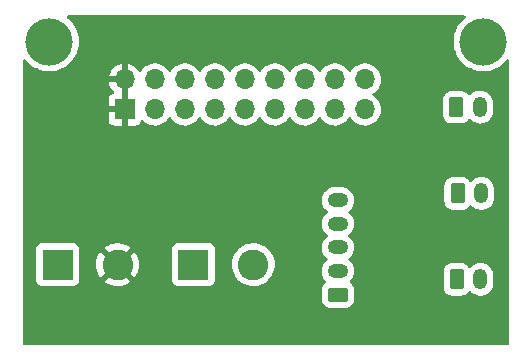
<source format=gbr>
%TF.GenerationSoftware,KiCad,Pcbnew,(6.0.11-0)*%
%TF.CreationDate,2023-03-20T11:34:52+11:00*%
%TF.ProjectId,AD3 Breakout Board,41443320-4272-4656-916b-6f757420426f,rev?*%
%TF.SameCoordinates,PXb71b00PY2781868*%
%TF.FileFunction,Copper,L2,Bot*%
%TF.FilePolarity,Positive*%
%FSLAX46Y46*%
G04 Gerber Fmt 4.6, Leading zero omitted, Abs format (unit mm)*
G04 Created by KiCad (PCBNEW (6.0.11-0)) date 2023-03-20 11:34:52*
%MOMM*%
%LPD*%
G01*
G04 APERTURE LIST*
G04 Aperture macros list*
%AMRoundRect*
0 Rectangle with rounded corners*
0 $1 Rounding radius*
0 $2 $3 $4 $5 $6 $7 $8 $9 X,Y pos of 4 corners*
0 Add a 4 corners polygon primitive as box body*
4,1,4,$2,$3,$4,$5,$6,$7,$8,$9,$2,$3,0*
0 Add four circle primitives for the rounded corners*
1,1,$1+$1,$2,$3*
1,1,$1+$1,$4,$5*
1,1,$1+$1,$6,$7*
1,1,$1+$1,$8,$9*
0 Add four rect primitives between the rounded corners*
20,1,$1+$1,$2,$3,$4,$5,0*
20,1,$1+$1,$4,$5,$6,$7,0*
20,1,$1+$1,$6,$7,$8,$9,0*
20,1,$1+$1,$8,$9,$2,$3,0*%
G04 Aperture macros list end*
%TA.AperFunction,ComponentPad*%
%ADD10C,4.000000*%
%TD*%
%TA.AperFunction,ComponentPad*%
%ADD11R,2.600000X2.600000*%
%TD*%
%TA.AperFunction,ComponentPad*%
%ADD12C,2.600000*%
%TD*%
%TA.AperFunction,ComponentPad*%
%ADD13RoundRect,0.250000X-0.350000X-0.625000X0.350000X-0.625000X0.350000X0.625000X-0.350000X0.625000X0*%
%TD*%
%TA.AperFunction,ComponentPad*%
%ADD14O,1.200000X1.750000*%
%TD*%
%TA.AperFunction,ComponentPad*%
%ADD15R,1.700000X1.700000*%
%TD*%
%TA.AperFunction,ComponentPad*%
%ADD16O,1.700000X1.700000*%
%TD*%
%TA.AperFunction,ComponentPad*%
%ADD17RoundRect,0.250000X0.625000X-0.350000X0.625000X0.350000X-0.625000X0.350000X-0.625000X-0.350000X0*%
%TD*%
%TA.AperFunction,ComponentPad*%
%ADD18O,1.750000X1.200000*%
%TD*%
G04 APERTURE END LIST*
D10*
%TO.P,H1,1*%
%TO.N,N/C*%
X2950000Y26500000D03*
%TD*%
D11*
%TO.P,J3,1,1*%
%TO.N,/Thermistor_1*%
X15155000Y7620000D03*
D12*
%TO.P,J3,2,2*%
%TO.N,/Thermistor_2*%
X20235000Y7620000D03*
%TD*%
D13*
%TO.P,J5,1,Pin_1*%
%TO.N,/LED_VCC*%
X37425000Y20950000D03*
D14*
%TO.P,J5,2,Pin_2*%
%TO.N,/LED_GND*%
X39425000Y20950000D03*
%TD*%
D13*
%TO.P,J7,1,Pin_1*%
%TO.N,/HS_Fan_VCC*%
X37450000Y6375000D03*
D14*
%TO.P,J7,2,Pin_2*%
%TO.N,/HS_Fan_GND*%
X39450000Y6375000D03*
%TD*%
D10*
%TO.P,H2,1*%
%TO.N,N/C*%
X39700000Y26500000D03*
%TD*%
D11*
%TO.P,J2,1,1*%
%TO.N,/Heater_VCC*%
X3655000Y7620000D03*
D12*
%TO.P,J2,2,2*%
%TO.N,/Heater_GND*%
X8735000Y7620000D03*
%TD*%
D13*
%TO.P,J4,1,Pin_1*%
%TO.N,/PC_FAN_VCC*%
X37525000Y13650000D03*
D14*
%TO.P,J4,2,Pin_2*%
%TO.N,/PC_FAN_GND*%
X39525000Y13650000D03*
%TD*%
D15*
%TO.P,J1,1,Pin_1*%
%TO.N,/Heater_GND*%
X9350000Y20750000D03*
D16*
%TO.P,J1,2,Pin_2*%
X9350000Y23290000D03*
%TO.P,J1,3,Pin_3*%
%TO.N,/Heater_VCC*%
X11890000Y20750000D03*
%TO.P,J1,4,Pin_4*%
X11890000Y23290000D03*
%TO.P,J1,5,Pin_5*%
%TO.N,/HS_Fan_GND*%
X14430000Y20750000D03*
%TO.P,J1,6,Pin_6*%
%TO.N,/HS_Fan_VCC*%
X14430000Y23290000D03*
%TO.P,J1,7,Pin_7*%
%TO.N,/LED_GND*%
X16970000Y20750000D03*
%TO.P,J1,8,Pin_8*%
%TO.N,/LED_VCC*%
X16970000Y23290000D03*
%TO.P,J1,9,Pin_9*%
%TO.N,unconnected-(J1-Pad9)*%
X19510000Y20750000D03*
%TO.P,J1,10,Pin_10*%
%TO.N,/Thermistor_1*%
X19510000Y23290000D03*
%TO.P,J1,11,Pin_11*%
%TO.N,/Thermistor_2*%
X22050000Y20750000D03*
%TO.P,J1,12,Pin_12*%
%TO.N,/PC_FAN_GND*%
X22050000Y23290000D03*
%TO.P,J1,13,Pin_13*%
%TO.N,/PC_FAN_VCC*%
X24590000Y20750000D03*
%TO.P,J1,14,Pin_14*%
%TO.N,/BLT_GND1*%
X24590000Y23290000D03*
%TO.P,J1,15,Pin_15*%
%TO.N,/BLT_5v*%
X27130000Y20750000D03*
%TO.P,J1,16,Pin_16*%
%TO.N,/BLT_PA1*%
X27130000Y23290000D03*
%TO.P,J1,17,Pin_17*%
%TO.N,/BLT_GND2*%
X29670000Y20750000D03*
%TO.P,J1,18,Pin_18*%
%TO.N,/BLT_PC14*%
X29670000Y23290000D03*
%TD*%
D17*
%TO.P,J6,1,Pin_1*%
%TO.N,/BLT_GND1*%
X27400000Y5075000D03*
D18*
%TO.P,J6,2,Pin_2*%
%TO.N,/BLT_5v*%
X27400000Y7075000D03*
%TO.P,J6,3,Pin_3*%
%TO.N,/BLT_PA1*%
X27400000Y9075000D03*
%TO.P,J6,4,Pin_4*%
%TO.N,/BLT_GND2*%
X27400000Y11075000D03*
%TO.P,J6,5,Pin_5*%
%TO.N,/BLT_PC14*%
X27400000Y13075000D03*
%TD*%
%TA.AperFunction,Conductor*%
%TO.N,/Heater_GND*%
G36*
X38163368Y28696498D02*
G01*
X38209861Y28642842D01*
X38219965Y28572568D01*
X38190471Y28507988D01*
X38169308Y28488564D01*
X38097860Y28436654D01*
X37867767Y28220582D01*
X37666568Y27977375D01*
X37497438Y27710869D01*
X37495754Y27707290D01*
X37495750Y27707283D01*
X37364733Y27428856D01*
X37363044Y27425266D01*
X37265505Y27125072D01*
X37206359Y26815020D01*
X37186540Y26500000D01*
X37206359Y26184980D01*
X37265505Y25874928D01*
X37363044Y25574734D01*
X37364731Y25571148D01*
X37364733Y25571144D01*
X37495750Y25292717D01*
X37495754Y25292710D01*
X37497438Y25289131D01*
X37666568Y25022625D01*
X37867767Y24779418D01*
X38097860Y24563346D01*
X38353221Y24377816D01*
X38356690Y24375909D01*
X38356693Y24375907D01*
X38525453Y24283130D01*
X38629821Y24225753D01*
X38633490Y24224300D01*
X38633495Y24224298D01*
X38837323Y24143597D01*
X38923298Y24109557D01*
X39229025Y24031060D01*
X39542179Y23991500D01*
X39857821Y23991500D01*
X40170975Y24031060D01*
X40476702Y24109557D01*
X40562677Y24143597D01*
X40766505Y24224298D01*
X40766510Y24224300D01*
X40770179Y24225753D01*
X40874547Y24283130D01*
X41043307Y24375907D01*
X41043310Y24375909D01*
X41046779Y24377816D01*
X41302140Y24563346D01*
X41532233Y24779418D01*
X41534760Y24782473D01*
X41534766Y24782479D01*
X41668416Y24944033D01*
X41727249Y24983771D01*
X41798227Y24985392D01*
X41858815Y24948383D01*
X41889775Y24884493D01*
X41891500Y24863717D01*
X41891500Y909500D01*
X41871498Y841379D01*
X41817842Y794886D01*
X41765500Y783500D01*
X859500Y783500D01*
X791379Y803502D01*
X744886Y857158D01*
X733500Y909500D01*
X733500Y6271866D01*
X1846500Y6271866D01*
X1853255Y6209684D01*
X1904385Y6073295D01*
X1991739Y5956739D01*
X2108295Y5869385D01*
X2244684Y5818255D01*
X2306866Y5811500D01*
X5003134Y5811500D01*
X5065316Y5818255D01*
X5201705Y5869385D01*
X5318261Y5956739D01*
X5405615Y6073295D01*
X5443778Y6175094D01*
X7654839Y6175094D01*
X7663553Y6163573D01*
X7770452Y6085191D01*
X7778351Y6080255D01*
X8007905Y5959481D01*
X8016454Y5955764D01*
X8261327Y5870251D01*
X8270336Y5867837D01*
X8525166Y5819456D01*
X8534423Y5818402D01*
X8793607Y5808217D01*
X8802921Y5808543D01*
X9060753Y5836780D01*
X9069930Y5838481D01*
X9320758Y5904519D01*
X9329574Y5907555D01*
X9567880Y6009938D01*
X9576167Y6014252D01*
X9796718Y6150734D01*
X9804268Y6156220D01*
X9809559Y6160699D01*
X9817997Y6173503D01*
X9811935Y6183855D01*
X9723924Y6271866D01*
X13346500Y6271866D01*
X13353255Y6209684D01*
X13404385Y6073295D01*
X13491739Y5956739D01*
X13608295Y5869385D01*
X13744684Y5818255D01*
X13806866Y5811500D01*
X16503134Y5811500D01*
X16565316Y5818255D01*
X16701705Y5869385D01*
X16818261Y5956739D01*
X16905615Y6073295D01*
X16956745Y6209684D01*
X16963500Y6271866D01*
X16963500Y7667474D01*
X18422050Y7667474D01*
X18422274Y7662808D01*
X18422274Y7662803D01*
X18424946Y7607188D01*
X18434947Y7398981D01*
X18487388Y7135344D01*
X18578220Y6882354D01*
X18580432Y6878238D01*
X18580433Y6878235D01*
X18669505Y6712466D01*
X18705450Y6645569D01*
X18708241Y6641832D01*
X18708245Y6641825D01*
X18784405Y6539835D01*
X18866281Y6430190D01*
X18869590Y6426910D01*
X18869595Y6426904D01*
X19033019Y6264901D01*
X19057180Y6240950D01*
X19060942Y6238192D01*
X19060945Y6238189D01*
X19217048Y6123730D01*
X19273954Y6082005D01*
X19278089Y6079829D01*
X19278093Y6079827D01*
X19507698Y5959025D01*
X19511840Y5956846D01*
X19765613Y5868225D01*
X19770206Y5867353D01*
X20025109Y5818958D01*
X20025112Y5818958D01*
X20029698Y5818087D01*
X20157370Y5813071D01*
X20293625Y5807717D01*
X20293630Y5807717D01*
X20298293Y5807534D01*
X20402607Y5818958D01*
X20560844Y5836287D01*
X20560850Y5836288D01*
X20565497Y5836797D01*
X20570021Y5837988D01*
X20820918Y5904044D01*
X20820920Y5904045D01*
X20825441Y5905235D01*
X20932795Y5951358D01*
X21068120Y6009498D01*
X21068122Y6009499D01*
X21072414Y6011343D01*
X21191751Y6085191D01*
X21297017Y6150331D01*
X21297021Y6150334D01*
X21300990Y6152790D01*
X21506149Y6326470D01*
X21683382Y6528566D01*
X21690631Y6539835D01*
X21826269Y6750709D01*
X21828797Y6754639D01*
X21939199Y6999722D01*
X21975771Y7129396D01*
X26012787Y7129396D01*
X26022567Y6918101D01*
X26023971Y6912276D01*
X26023971Y6912275D01*
X26060878Y6759136D01*
X26072125Y6712466D01*
X26074607Y6707008D01*
X26074608Y6707004D01*
X26118053Y6611454D01*
X26159674Y6519913D01*
X26282054Y6347389D01*
X26286381Y6343247D01*
X26286386Y6343241D01*
X26377317Y6256194D01*
X26412694Y6194639D01*
X26409175Y6123730D01*
X26367879Y6065979D01*
X26356496Y6058035D01*
X26300652Y6023478D01*
X26175695Y5898303D01*
X26171855Y5892073D01*
X26171854Y5892072D01*
X26120058Y5808043D01*
X26082885Y5747738D01*
X26056436Y5667995D01*
X26029753Y5587548D01*
X26027203Y5579861D01*
X26016500Y5475400D01*
X26016500Y4674600D01*
X26027474Y4568834D01*
X26083450Y4401054D01*
X26176522Y4250652D01*
X26301697Y4125695D01*
X26307927Y4121855D01*
X26307928Y4121854D01*
X26445090Y4037306D01*
X26452262Y4032885D01*
X26532005Y4006436D01*
X26613611Y3979368D01*
X26613613Y3979368D01*
X26620139Y3977203D01*
X26626975Y3976503D01*
X26626978Y3976502D01*
X26670031Y3972091D01*
X26724600Y3966500D01*
X28075400Y3966500D01*
X28078646Y3966837D01*
X28078650Y3966837D01*
X28174308Y3976762D01*
X28174312Y3976763D01*
X28181166Y3977474D01*
X28187702Y3979655D01*
X28187704Y3979655D01*
X28319806Y4023728D01*
X28348946Y4033450D01*
X28499348Y4126522D01*
X28624305Y4251697D01*
X28717115Y4402262D01*
X28772797Y4570139D01*
X28783500Y4674600D01*
X28783500Y5475400D01*
X28772526Y5581166D01*
X28734098Y5696350D01*
X28733014Y5699600D01*
X36341500Y5699600D01*
X36352474Y5593834D01*
X36354655Y5587298D01*
X36354655Y5587296D01*
X36390920Y5478598D01*
X36408450Y5426054D01*
X36501522Y5275652D01*
X36626697Y5150695D01*
X36632927Y5146855D01*
X36632928Y5146854D01*
X36770090Y5062306D01*
X36777262Y5057885D01*
X36802217Y5049608D01*
X36938611Y5004368D01*
X36938613Y5004368D01*
X36945139Y5002203D01*
X36951975Y5001503D01*
X36951978Y5001502D01*
X36990386Y4997567D01*
X37049600Y4991500D01*
X37850400Y4991500D01*
X37853646Y4991837D01*
X37853650Y4991837D01*
X37949308Y5001762D01*
X37949312Y5001763D01*
X37956166Y5002474D01*
X37962702Y5004655D01*
X37962704Y5004655D01*
X38097443Y5049608D01*
X38123946Y5058450D01*
X38274348Y5151522D01*
X38399305Y5276697D01*
X38431075Y5328236D01*
X38483846Y5375729D01*
X38553918Y5387153D01*
X38619042Y5358879D01*
X38637418Y5339955D01*
X38643604Y5332080D01*
X38648135Y5328148D01*
X38648138Y5328145D01*
X38734058Y5253588D01*
X38803363Y5193448D01*
X38808549Y5190448D01*
X38808553Y5190445D01*
X38904957Y5134674D01*
X38986454Y5087527D01*
X39186271Y5018139D01*
X39192206Y5017278D01*
X39192208Y5017278D01*
X39389664Y4988648D01*
X39389667Y4988648D01*
X39395604Y4987787D01*
X39606899Y4997567D01*
X39738077Y5029181D01*
X39806701Y5045719D01*
X39806703Y5045720D01*
X39812534Y5047125D01*
X39817992Y5049607D01*
X39817996Y5049608D01*
X39933041Y5101916D01*
X40005087Y5134674D01*
X40177611Y5257054D01*
X40323881Y5409850D01*
X40438620Y5587548D01*
X40485094Y5702866D01*
X40515442Y5778168D01*
X40515443Y5778171D01*
X40517686Y5783737D01*
X40558228Y5991337D01*
X40558500Y5996899D01*
X40558500Y6702846D01*
X40543452Y6860566D01*
X40483908Y7063534D01*
X40449118Y7131083D01*
X40389804Y7246249D01*
X40389802Y7246252D01*
X40387058Y7251580D01*
X40256396Y7417920D01*
X40251865Y7421852D01*
X40251862Y7421855D01*
X40101167Y7552621D01*
X40096637Y7556552D01*
X40091451Y7559552D01*
X40091447Y7559555D01*
X39918742Y7659467D01*
X39913546Y7662473D01*
X39713729Y7731861D01*
X39707794Y7732722D01*
X39707792Y7732722D01*
X39510336Y7761352D01*
X39510333Y7761352D01*
X39504396Y7762213D01*
X39293101Y7752433D01*
X39165317Y7721637D01*
X39093299Y7704281D01*
X39093297Y7704280D01*
X39087466Y7702875D01*
X39082008Y7700393D01*
X39082004Y7700392D01*
X38966959Y7648084D01*
X38894913Y7615326D01*
X38722389Y7492946D01*
X38718247Y7488619D01*
X38718241Y7488614D01*
X38631194Y7397683D01*
X38569639Y7362306D01*
X38498730Y7365825D01*
X38440979Y7407121D01*
X38433032Y7418509D01*
X38398478Y7474348D01*
X38273303Y7599305D01*
X38267072Y7603146D01*
X38128968Y7688275D01*
X38128966Y7688276D01*
X38122738Y7692115D01*
X37962254Y7745345D01*
X37961389Y7745632D01*
X37961387Y7745632D01*
X37954861Y7747797D01*
X37948025Y7748497D01*
X37948022Y7748498D01*
X37904969Y7752909D01*
X37850400Y7758500D01*
X37049600Y7758500D01*
X37046354Y7758163D01*
X37046350Y7758163D01*
X36950692Y7748238D01*
X36950688Y7748237D01*
X36943834Y7747526D01*
X36937298Y7745345D01*
X36937296Y7745345D01*
X36879813Y7726167D01*
X36776054Y7691550D01*
X36625652Y7598478D01*
X36500695Y7473303D01*
X36496855Y7467073D01*
X36496854Y7467072D01*
X36459900Y7407121D01*
X36407885Y7322738D01*
X36352203Y7154861D01*
X36341500Y7050400D01*
X36341500Y5699600D01*
X28733014Y5699600D01*
X28718868Y5741998D01*
X28716550Y5748946D01*
X28623478Y5899348D01*
X28498303Y6024305D01*
X28446764Y6056075D01*
X28399271Y6108846D01*
X28387847Y6178918D01*
X28416121Y6244042D01*
X28435045Y6262418D01*
X28442920Y6268604D01*
X28446852Y6273135D01*
X28446855Y6273138D01*
X28577621Y6423833D01*
X28581552Y6428363D01*
X28584552Y6433549D01*
X28584555Y6433553D01*
X28684467Y6606258D01*
X28687473Y6611454D01*
X28756861Y6811271D01*
X28763142Y6854589D01*
X28786352Y7014664D01*
X28786352Y7014667D01*
X28787213Y7020604D01*
X28777433Y7231899D01*
X28727875Y7437534D01*
X28684525Y7532878D01*
X28652575Y7603146D01*
X28640326Y7630087D01*
X28517946Y7802611D01*
X28365150Y7948881D01*
X28359255Y7952688D01*
X28332837Y7969746D01*
X28286460Y8023501D01*
X28276507Y8093797D01*
X28306139Y8158314D01*
X28323353Y8174683D01*
X28330446Y8180254D01*
X28442920Y8268604D01*
X28446852Y8273135D01*
X28446855Y8273138D01*
X28577621Y8423833D01*
X28581552Y8428363D01*
X28584552Y8433549D01*
X28584555Y8433553D01*
X28684467Y8606258D01*
X28687473Y8611454D01*
X28756861Y8811271D01*
X28787213Y9020604D01*
X28777433Y9231899D01*
X28745819Y9363077D01*
X28729281Y9431701D01*
X28729280Y9431703D01*
X28727875Y9437534D01*
X28684525Y9532878D01*
X28642806Y9624632D01*
X28640326Y9630087D01*
X28517946Y9802611D01*
X28365150Y9948881D01*
X28359255Y9952688D01*
X28332837Y9969746D01*
X28286460Y10023501D01*
X28276507Y10093797D01*
X28306139Y10158314D01*
X28323353Y10174683D01*
X28330446Y10180254D01*
X28442920Y10268604D01*
X28446852Y10273135D01*
X28446855Y10273138D01*
X28577621Y10423833D01*
X28581552Y10428363D01*
X28584552Y10433549D01*
X28584555Y10433553D01*
X28684467Y10606258D01*
X28687473Y10611454D01*
X28756861Y10811271D01*
X28787213Y11020604D01*
X28777433Y11231899D01*
X28727875Y11437534D01*
X28684525Y11532878D01*
X28642806Y11624632D01*
X28640326Y11630087D01*
X28517946Y11802611D01*
X28365150Y11948881D01*
X28359255Y11952688D01*
X28332837Y11969746D01*
X28286460Y12023501D01*
X28276507Y12093797D01*
X28306139Y12158314D01*
X28323353Y12174683D01*
X28330446Y12180254D01*
X28442920Y12268604D01*
X28446852Y12273135D01*
X28446855Y12273138D01*
X28577621Y12423833D01*
X28581552Y12428363D01*
X28584552Y12433549D01*
X28584555Y12433553D01*
X28684467Y12606258D01*
X28687473Y12611454D01*
X28756861Y12811271D01*
X28763566Y12857511D01*
X28780543Y12974600D01*
X36416500Y12974600D01*
X36416837Y12971354D01*
X36416837Y12971350D01*
X36422967Y12912275D01*
X36427474Y12868834D01*
X36429655Y12862298D01*
X36429655Y12862296D01*
X36448568Y12805607D01*
X36483450Y12701054D01*
X36576522Y12550652D01*
X36701697Y12425695D01*
X36707927Y12421855D01*
X36707928Y12421854D01*
X36845090Y12337306D01*
X36852262Y12332885D01*
X36877217Y12324608D01*
X37013611Y12279368D01*
X37013613Y12279368D01*
X37020139Y12277203D01*
X37026975Y12276503D01*
X37026978Y12276502D01*
X37059813Y12273138D01*
X37124600Y12266500D01*
X37925400Y12266500D01*
X37928646Y12266837D01*
X37928650Y12266837D01*
X38024308Y12276762D01*
X38024312Y12276763D01*
X38031166Y12277474D01*
X38037702Y12279655D01*
X38037704Y12279655D01*
X38172443Y12324608D01*
X38198946Y12333450D01*
X38349348Y12426522D01*
X38474305Y12551697D01*
X38506075Y12603236D01*
X38558846Y12650729D01*
X38628918Y12662153D01*
X38694042Y12633879D01*
X38712418Y12614955D01*
X38718604Y12607080D01*
X38723135Y12603148D01*
X38723138Y12603145D01*
X38819055Y12519913D01*
X38878363Y12468448D01*
X38883549Y12465448D01*
X38883553Y12465445D01*
X38979957Y12409674D01*
X39061454Y12362527D01*
X39261271Y12293139D01*
X39267206Y12292278D01*
X39267208Y12292278D01*
X39464664Y12263648D01*
X39464667Y12263648D01*
X39470604Y12262787D01*
X39681899Y12272567D01*
X39813077Y12304181D01*
X39881701Y12320719D01*
X39881703Y12320720D01*
X39887534Y12322125D01*
X39892992Y12324607D01*
X39892996Y12324608D01*
X40008041Y12376916D01*
X40080087Y12409674D01*
X40235495Y12519913D01*
X40247725Y12528588D01*
X40247726Y12528589D01*
X40252611Y12532054D01*
X40398881Y12684850D01*
X40513620Y12862548D01*
X40592686Y13058737D01*
X40633228Y13266337D01*
X40633500Y13271899D01*
X40633500Y13977846D01*
X40618452Y14135566D01*
X40558908Y14338534D01*
X40511872Y14429861D01*
X40464804Y14521249D01*
X40464802Y14521252D01*
X40462058Y14526580D01*
X40331396Y14692920D01*
X40326865Y14696852D01*
X40326862Y14696855D01*
X40176167Y14827621D01*
X40171637Y14831552D01*
X40166451Y14834552D01*
X40166447Y14834555D01*
X39993742Y14934467D01*
X39988546Y14937473D01*
X39788729Y15006861D01*
X39782794Y15007722D01*
X39782792Y15007722D01*
X39585336Y15036352D01*
X39585333Y15036352D01*
X39579396Y15037213D01*
X39368101Y15027433D01*
X39236923Y14995819D01*
X39168299Y14979281D01*
X39168297Y14979280D01*
X39162466Y14977875D01*
X39157008Y14975393D01*
X39157004Y14975392D01*
X39041959Y14923084D01*
X38969913Y14890326D01*
X38797389Y14767946D01*
X38793247Y14763619D01*
X38793241Y14763614D01*
X38706194Y14672683D01*
X38644639Y14637306D01*
X38573730Y14640825D01*
X38515979Y14682121D01*
X38508032Y14693509D01*
X38473478Y14749348D01*
X38348303Y14874305D01*
X38245826Y14937473D01*
X38203968Y14963275D01*
X38203966Y14963276D01*
X38197738Y14967115D01*
X38037254Y15020345D01*
X38036389Y15020632D01*
X38036387Y15020632D01*
X38029861Y15022797D01*
X38023025Y15023497D01*
X38023022Y15023498D01*
X37979969Y15027909D01*
X37925400Y15033500D01*
X37124600Y15033500D01*
X37121354Y15033163D01*
X37121350Y15033163D01*
X37025692Y15023238D01*
X37025688Y15023237D01*
X37018834Y15022526D01*
X37012298Y15020345D01*
X37012296Y15020345D01*
X36889213Y14979281D01*
X36851054Y14966550D01*
X36700652Y14873478D01*
X36575695Y14748303D01*
X36571855Y14742073D01*
X36571854Y14742072D01*
X36534900Y14682121D01*
X36482885Y14597738D01*
X36427203Y14429861D01*
X36416500Y14325400D01*
X36416500Y12974600D01*
X28780543Y12974600D01*
X28786352Y13014664D01*
X28786352Y13014667D01*
X28787213Y13020604D01*
X28777433Y13231899D01*
X28727875Y13437534D01*
X28684525Y13532878D01*
X28642806Y13624632D01*
X28640326Y13630087D01*
X28517946Y13802611D01*
X28365150Y13948881D01*
X28187452Y14063620D01*
X28127354Y14087840D01*
X27996832Y14140442D01*
X27996829Y14140443D01*
X27991263Y14142686D01*
X27783663Y14183228D01*
X27778101Y14183500D01*
X27072154Y14183500D01*
X26914434Y14168452D01*
X26711466Y14108908D01*
X26706139Y14106164D01*
X26706138Y14106164D01*
X26528751Y14014804D01*
X26528748Y14014802D01*
X26523420Y14012058D01*
X26357080Y13881396D01*
X26353148Y13876865D01*
X26353145Y13876862D01*
X26284474Y13797725D01*
X26218448Y13721637D01*
X26215448Y13716451D01*
X26215445Y13716447D01*
X26168312Y13634974D01*
X26112527Y13538546D01*
X26043139Y13338729D01*
X26042278Y13332794D01*
X26042278Y13332792D01*
X26032643Y13266337D01*
X26012787Y13129396D01*
X26022567Y12918101D01*
X26023971Y12912276D01*
X26023971Y12912275D01*
X26032788Y12875692D01*
X26072125Y12712466D01*
X26074607Y12707008D01*
X26074608Y12707004D01*
X26126916Y12591959D01*
X26159674Y12519913D01*
X26228655Y12422668D01*
X26269184Y12365533D01*
X26282054Y12347389D01*
X26434850Y12201119D01*
X26439888Y12197866D01*
X26467163Y12180254D01*
X26513540Y12126499D01*
X26523493Y12056203D01*
X26493861Y11991686D01*
X26476649Y11975319D01*
X26357080Y11881396D01*
X26353148Y11876865D01*
X26353145Y11876862D01*
X26284474Y11797725D01*
X26218448Y11721637D01*
X26215448Y11716451D01*
X26215445Y11716447D01*
X26168312Y11634974D01*
X26112527Y11538546D01*
X26043139Y11338729D01*
X26012787Y11129396D01*
X26022567Y10918101D01*
X26072125Y10712466D01*
X26074607Y10707008D01*
X26074608Y10707004D01*
X26118053Y10611454D01*
X26159674Y10519913D01*
X26282054Y10347389D01*
X26434850Y10201119D01*
X26439888Y10197866D01*
X26467163Y10180254D01*
X26513540Y10126499D01*
X26523493Y10056203D01*
X26493861Y9991686D01*
X26476649Y9975319D01*
X26357080Y9881396D01*
X26353148Y9876865D01*
X26353145Y9876862D01*
X26284474Y9797725D01*
X26218448Y9721637D01*
X26215448Y9716451D01*
X26215445Y9716447D01*
X26168312Y9634974D01*
X26112527Y9538546D01*
X26043139Y9338729D01*
X26042278Y9332794D01*
X26042278Y9332792D01*
X26018197Y9166705D01*
X26012787Y9129396D01*
X26022567Y8918101D01*
X26072125Y8712466D01*
X26074607Y8707008D01*
X26074608Y8707004D01*
X26118053Y8611454D01*
X26159674Y8519913D01*
X26282054Y8347389D01*
X26434850Y8201119D01*
X26439888Y8197866D01*
X26467163Y8180254D01*
X26513540Y8126499D01*
X26523493Y8056203D01*
X26493861Y7991686D01*
X26476649Y7975319D01*
X26357080Y7881396D01*
X26353148Y7876865D01*
X26353145Y7876862D01*
X26240913Y7747526D01*
X26218448Y7721637D01*
X26215448Y7716451D01*
X26215445Y7716447D01*
X26144201Y7593296D01*
X26112527Y7538546D01*
X26043139Y7338729D01*
X26042278Y7332794D01*
X26042278Y7332792D01*
X26015488Y7148022D01*
X26012787Y7129396D01*
X21975771Y7129396D01*
X21976247Y7131083D01*
X22010893Y7253928D01*
X22010894Y7253931D01*
X22012163Y7258432D01*
X22030043Y7398981D01*
X22045688Y7521955D01*
X22045688Y7521959D01*
X22046086Y7525085D01*
X22046170Y7528267D01*
X22047894Y7594134D01*
X22048571Y7620000D01*
X22038709Y7752710D01*
X22028996Y7883408D01*
X22028996Y7883409D01*
X22028650Y7888063D01*
X22027619Y7892621D01*
X21970361Y8145669D01*
X21970360Y8145674D01*
X21969327Y8150237D01*
X21871902Y8400762D01*
X21738518Y8634136D01*
X21691068Y8694327D01*
X21672170Y8718299D01*
X21572105Y8845231D01*
X21376317Y9029409D01*
X21178407Y9166705D01*
X21159299Y9179961D01*
X21159296Y9179963D01*
X21155457Y9182626D01*
X21113770Y9203184D01*
X20918564Y9299449D01*
X20918561Y9299450D01*
X20914376Y9301514D01*
X20868207Y9316293D01*
X20688657Y9373767D01*
X20658370Y9383462D01*
X20653763Y9384212D01*
X20653760Y9384213D01*
X20440337Y9418971D01*
X20393063Y9426670D01*
X20262719Y9428376D01*
X20128961Y9430127D01*
X20128958Y9430127D01*
X20124284Y9430188D01*
X19857937Y9393940D01*
X19853451Y9392632D01*
X19853449Y9392632D01*
X19788726Y9373767D01*
X19599874Y9318722D01*
X19355763Y9206185D01*
X19351854Y9203622D01*
X19134881Y9061369D01*
X19134876Y9061365D01*
X19130968Y9058803D01*
X19127476Y9055686D01*
X18966798Y8912275D01*
X18930426Y8879812D01*
X18758544Y8673146D01*
X18619096Y8443344D01*
X18617287Y8439030D01*
X18617285Y8439026D01*
X18601240Y8400762D01*
X18515148Y8195455D01*
X18448981Y7934923D01*
X18422050Y7667474D01*
X16963500Y7667474D01*
X16963500Y8968134D01*
X16956745Y9030316D01*
X16905615Y9166705D01*
X16818261Y9283261D01*
X16701705Y9370615D01*
X16565316Y9421745D01*
X16503134Y9428500D01*
X13806866Y9428500D01*
X13744684Y9421745D01*
X13608295Y9370615D01*
X13491739Y9283261D01*
X13404385Y9166705D01*
X13353255Y9030316D01*
X13346500Y8968134D01*
X13346500Y6271866D01*
X9723924Y6271866D01*
X8747812Y7247978D01*
X8733868Y7255592D01*
X8732035Y7255461D01*
X8725420Y7251210D01*
X7661497Y6187287D01*
X7654839Y6175094D01*
X5443778Y6175094D01*
X5456745Y6209684D01*
X5463500Y6271866D01*
X5463500Y7662789D01*
X6922775Y7662789D01*
X6935220Y7403712D01*
X6936356Y7394457D01*
X6986961Y7140055D01*
X6989449Y7131083D01*
X7077095Y6886967D01*
X7080895Y6878432D01*
X7203658Y6649958D01*
X7208666Y6642096D01*
X7278720Y6548284D01*
X7289979Y6539835D01*
X7302397Y6546607D01*
X8362978Y7607188D01*
X8369356Y7618868D01*
X9099408Y7618868D01*
X9099539Y7617035D01*
X9103790Y7610420D01*
X10171094Y6543116D01*
X10183474Y6536356D01*
X10191815Y6542600D01*
X10325832Y6750952D01*
X10330275Y6759136D01*
X10436807Y6995630D01*
X10439997Y7004395D01*
X10510402Y7254028D01*
X10512262Y7263170D01*
X10545187Y7521981D01*
X10545668Y7528267D01*
X10547987Y7616840D01*
X10547836Y7623149D01*
X10528501Y7883337D01*
X10527125Y7892543D01*
X10469878Y8145533D01*
X10467154Y8154444D01*
X10373143Y8396194D01*
X10369132Y8404603D01*
X10240422Y8629798D01*
X10235211Y8637524D01*
X10191996Y8692342D01*
X10180071Y8700813D01*
X10168537Y8694327D01*
X9107022Y7632812D01*
X9099408Y7618868D01*
X8369356Y7618868D01*
X8370592Y7621132D01*
X8370461Y7622965D01*
X8366210Y7629580D01*
X7300816Y8694974D01*
X7287507Y8702242D01*
X7277472Y8695122D01*
X7261937Y8676444D01*
X7256531Y8668865D01*
X7121965Y8447109D01*
X7117736Y8438808D01*
X7017432Y8199611D01*
X7014471Y8190761D01*
X6950628Y7939375D01*
X6949006Y7930178D01*
X6923020Y7672115D01*
X6922775Y7662789D01*
X5463500Y7662789D01*
X5463500Y8968134D01*
X5456745Y9030316D01*
X5442876Y9067311D01*
X7652102Y9067311D01*
X7656675Y9057535D01*
X8722188Y7992022D01*
X8736132Y7984408D01*
X8737965Y7984539D01*
X8744580Y7988790D01*
X9809349Y9053559D01*
X9815733Y9065249D01*
X9806321Y9077359D01*
X9659045Y9179529D01*
X9651010Y9184262D01*
X9418376Y9298984D01*
X9409743Y9302472D01*
X9162703Y9381550D01*
X9153643Y9383726D01*
X8897630Y9425420D01*
X8888343Y9426232D01*
X8628992Y9429627D01*
X8619681Y9429057D01*
X8362682Y9394081D01*
X8353546Y9392140D01*
X8104543Y9319561D01*
X8095800Y9316293D01*
X7860252Y9207704D01*
X7852097Y9203184D01*
X7661240Y9078053D01*
X7652102Y9067311D01*
X5442876Y9067311D01*
X5405615Y9166705D01*
X5318261Y9283261D01*
X5201705Y9370615D01*
X5065316Y9421745D01*
X5003134Y9428500D01*
X2306866Y9428500D01*
X2244684Y9421745D01*
X2108295Y9370615D01*
X1991739Y9283261D01*
X1904385Y9166705D01*
X1853255Y9030316D01*
X1846500Y8968134D01*
X1846500Y6271866D01*
X733500Y6271866D01*
X733500Y19855331D01*
X7992001Y19855331D01*
X7992371Y19848510D01*
X7997895Y19797648D01*
X8001521Y19782396D01*
X8046676Y19661946D01*
X8055214Y19646351D01*
X8131715Y19544276D01*
X8144276Y19531715D01*
X8246351Y19455214D01*
X8261946Y19446676D01*
X8382394Y19401522D01*
X8397649Y19397895D01*
X8448514Y19392369D01*
X8455328Y19392000D01*
X9077885Y19392000D01*
X9093124Y19396475D01*
X9094329Y19397865D01*
X9096000Y19405548D01*
X9096000Y19410116D01*
X9604000Y19410116D01*
X9608475Y19394877D01*
X9609865Y19393672D01*
X9617548Y19392001D01*
X10244669Y19392001D01*
X10251490Y19392371D01*
X10302352Y19397895D01*
X10317604Y19401521D01*
X10438054Y19446676D01*
X10453649Y19455214D01*
X10555724Y19531715D01*
X10568285Y19544276D01*
X10644786Y19646351D01*
X10653324Y19661946D01*
X10694225Y19771048D01*
X10736867Y19827812D01*
X10803428Y19852512D01*
X10872777Y19837304D01*
X10907444Y19809316D01*
X10932865Y19779969D01*
X10932869Y19779965D01*
X10936250Y19776062D01*
X11108126Y19633368D01*
X11301000Y19520662D01*
X11509692Y19440970D01*
X11514760Y19439939D01*
X11514763Y19439938D01*
X11622017Y19418117D01*
X11728597Y19396433D01*
X11733772Y19396243D01*
X11733774Y19396243D01*
X11946673Y19388436D01*
X11946677Y19388436D01*
X11951837Y19388247D01*
X11956957Y19388903D01*
X11956959Y19388903D01*
X12168288Y19415975D01*
X12168289Y19415975D01*
X12173416Y19416632D01*
X12178366Y19418117D01*
X12382429Y19479339D01*
X12382434Y19479341D01*
X12387384Y19480826D01*
X12587994Y19579104D01*
X12769860Y19708827D01*
X12783750Y19722668D01*
X12870701Y19809316D01*
X12928096Y19866511D01*
X12954486Y19903236D01*
X13058453Y20047923D01*
X13059776Y20046972D01*
X13106645Y20090143D01*
X13176580Y20102375D01*
X13242026Y20074856D01*
X13269875Y20043006D01*
X13329987Y19944912D01*
X13476250Y19776062D01*
X13648126Y19633368D01*
X13841000Y19520662D01*
X14049692Y19440970D01*
X14054760Y19439939D01*
X14054763Y19439938D01*
X14162017Y19418117D01*
X14268597Y19396433D01*
X14273772Y19396243D01*
X14273774Y19396243D01*
X14486673Y19388436D01*
X14486677Y19388436D01*
X14491837Y19388247D01*
X14496957Y19388903D01*
X14496959Y19388903D01*
X14708288Y19415975D01*
X14708289Y19415975D01*
X14713416Y19416632D01*
X14718366Y19418117D01*
X14922429Y19479339D01*
X14922434Y19479341D01*
X14927384Y19480826D01*
X15127994Y19579104D01*
X15309860Y19708827D01*
X15323750Y19722668D01*
X15410701Y19809316D01*
X15468096Y19866511D01*
X15494486Y19903236D01*
X15598453Y20047923D01*
X15599776Y20046972D01*
X15646645Y20090143D01*
X15716580Y20102375D01*
X15782026Y20074856D01*
X15809875Y20043006D01*
X15869987Y19944912D01*
X16016250Y19776062D01*
X16188126Y19633368D01*
X16381000Y19520662D01*
X16589692Y19440970D01*
X16594760Y19439939D01*
X16594763Y19439938D01*
X16702017Y19418117D01*
X16808597Y19396433D01*
X16813772Y19396243D01*
X16813774Y19396243D01*
X17026673Y19388436D01*
X17026677Y19388436D01*
X17031837Y19388247D01*
X17036957Y19388903D01*
X17036959Y19388903D01*
X17248288Y19415975D01*
X17248289Y19415975D01*
X17253416Y19416632D01*
X17258366Y19418117D01*
X17462429Y19479339D01*
X17462434Y19479341D01*
X17467384Y19480826D01*
X17667994Y19579104D01*
X17849860Y19708827D01*
X17863750Y19722668D01*
X17950701Y19809316D01*
X18008096Y19866511D01*
X18034486Y19903236D01*
X18138453Y20047923D01*
X18139776Y20046972D01*
X18186645Y20090143D01*
X18256580Y20102375D01*
X18322026Y20074856D01*
X18349875Y20043006D01*
X18409987Y19944912D01*
X18556250Y19776062D01*
X18728126Y19633368D01*
X18921000Y19520662D01*
X19129692Y19440970D01*
X19134760Y19439939D01*
X19134763Y19439938D01*
X19242017Y19418117D01*
X19348597Y19396433D01*
X19353772Y19396243D01*
X19353774Y19396243D01*
X19566673Y19388436D01*
X19566677Y19388436D01*
X19571837Y19388247D01*
X19576957Y19388903D01*
X19576959Y19388903D01*
X19788288Y19415975D01*
X19788289Y19415975D01*
X19793416Y19416632D01*
X19798366Y19418117D01*
X20002429Y19479339D01*
X20002434Y19479341D01*
X20007384Y19480826D01*
X20207994Y19579104D01*
X20389860Y19708827D01*
X20403750Y19722668D01*
X20490701Y19809316D01*
X20548096Y19866511D01*
X20574486Y19903236D01*
X20678453Y20047923D01*
X20679776Y20046972D01*
X20726645Y20090143D01*
X20796580Y20102375D01*
X20862026Y20074856D01*
X20889875Y20043006D01*
X20949987Y19944912D01*
X21096250Y19776062D01*
X21268126Y19633368D01*
X21461000Y19520662D01*
X21669692Y19440970D01*
X21674760Y19439939D01*
X21674763Y19439938D01*
X21782017Y19418117D01*
X21888597Y19396433D01*
X21893772Y19396243D01*
X21893774Y19396243D01*
X22106673Y19388436D01*
X22106677Y19388436D01*
X22111837Y19388247D01*
X22116957Y19388903D01*
X22116959Y19388903D01*
X22328288Y19415975D01*
X22328289Y19415975D01*
X22333416Y19416632D01*
X22338366Y19418117D01*
X22542429Y19479339D01*
X22542434Y19479341D01*
X22547384Y19480826D01*
X22747994Y19579104D01*
X22929860Y19708827D01*
X22943750Y19722668D01*
X23030701Y19809316D01*
X23088096Y19866511D01*
X23114486Y19903236D01*
X23218453Y20047923D01*
X23219776Y20046972D01*
X23266645Y20090143D01*
X23336580Y20102375D01*
X23402026Y20074856D01*
X23429875Y20043006D01*
X23489987Y19944912D01*
X23636250Y19776062D01*
X23808126Y19633368D01*
X24001000Y19520662D01*
X24209692Y19440970D01*
X24214760Y19439939D01*
X24214763Y19439938D01*
X24322017Y19418117D01*
X24428597Y19396433D01*
X24433772Y19396243D01*
X24433774Y19396243D01*
X24646673Y19388436D01*
X24646677Y19388436D01*
X24651837Y19388247D01*
X24656957Y19388903D01*
X24656959Y19388903D01*
X24868288Y19415975D01*
X24868289Y19415975D01*
X24873416Y19416632D01*
X24878366Y19418117D01*
X25082429Y19479339D01*
X25082434Y19479341D01*
X25087384Y19480826D01*
X25287994Y19579104D01*
X25469860Y19708827D01*
X25483750Y19722668D01*
X25570701Y19809316D01*
X25628096Y19866511D01*
X25654486Y19903236D01*
X25758453Y20047923D01*
X25759776Y20046972D01*
X25806645Y20090143D01*
X25876580Y20102375D01*
X25942026Y20074856D01*
X25969875Y20043006D01*
X26029987Y19944912D01*
X26176250Y19776062D01*
X26348126Y19633368D01*
X26541000Y19520662D01*
X26749692Y19440970D01*
X26754760Y19439939D01*
X26754763Y19439938D01*
X26862017Y19418117D01*
X26968597Y19396433D01*
X26973772Y19396243D01*
X26973774Y19396243D01*
X27186673Y19388436D01*
X27186677Y19388436D01*
X27191837Y19388247D01*
X27196957Y19388903D01*
X27196959Y19388903D01*
X27408288Y19415975D01*
X27408289Y19415975D01*
X27413416Y19416632D01*
X27418366Y19418117D01*
X27622429Y19479339D01*
X27622434Y19479341D01*
X27627384Y19480826D01*
X27827994Y19579104D01*
X28009860Y19708827D01*
X28023750Y19722668D01*
X28110701Y19809316D01*
X28168096Y19866511D01*
X28194486Y19903236D01*
X28298453Y20047923D01*
X28299776Y20046972D01*
X28346645Y20090143D01*
X28416580Y20102375D01*
X28482026Y20074856D01*
X28509875Y20043006D01*
X28569987Y19944912D01*
X28716250Y19776062D01*
X28888126Y19633368D01*
X29081000Y19520662D01*
X29289692Y19440970D01*
X29294760Y19439939D01*
X29294763Y19439938D01*
X29402017Y19418117D01*
X29508597Y19396433D01*
X29513772Y19396243D01*
X29513774Y19396243D01*
X29726673Y19388436D01*
X29726677Y19388436D01*
X29731837Y19388247D01*
X29736957Y19388903D01*
X29736959Y19388903D01*
X29948288Y19415975D01*
X29948289Y19415975D01*
X29953416Y19416632D01*
X29958366Y19418117D01*
X30162429Y19479339D01*
X30162434Y19479341D01*
X30167384Y19480826D01*
X30367994Y19579104D01*
X30549860Y19708827D01*
X30563750Y19722668D01*
X30650701Y19809316D01*
X30708096Y19866511D01*
X30734486Y19903236D01*
X30835435Y20043723D01*
X30838453Y20047923D01*
X30859320Y20090143D01*
X30935136Y20243547D01*
X30935137Y20243549D01*
X30937430Y20248189D01*
X30945454Y20274600D01*
X36316500Y20274600D01*
X36327474Y20168834D01*
X36329655Y20162298D01*
X36329655Y20162296D01*
X36367813Y20047923D01*
X36383450Y20001054D01*
X36476522Y19850652D01*
X36601697Y19725695D01*
X36607927Y19721855D01*
X36607928Y19721854D01*
X36745090Y19637306D01*
X36752262Y19632885D01*
X36777217Y19624608D01*
X36913611Y19579368D01*
X36913613Y19579368D01*
X36920139Y19577203D01*
X36926975Y19576503D01*
X36926978Y19576502D01*
X36965386Y19572567D01*
X37024600Y19566500D01*
X37825400Y19566500D01*
X37828646Y19566837D01*
X37828650Y19566837D01*
X37924308Y19576762D01*
X37924312Y19576763D01*
X37931166Y19577474D01*
X37937702Y19579655D01*
X37937704Y19579655D01*
X38072443Y19624608D01*
X38098946Y19633450D01*
X38249348Y19726522D01*
X38374305Y19851697D01*
X38406075Y19903236D01*
X38458846Y19950729D01*
X38528918Y19962153D01*
X38594042Y19933879D01*
X38612418Y19914955D01*
X38618604Y19907080D01*
X38623135Y19903148D01*
X38623138Y19903145D01*
X38709058Y19828588D01*
X38778363Y19768448D01*
X38783549Y19765448D01*
X38783553Y19765445D01*
X38945665Y19671661D01*
X38961454Y19662527D01*
X39161271Y19593139D01*
X39167206Y19592278D01*
X39167208Y19592278D01*
X39364664Y19563648D01*
X39364667Y19563648D01*
X39370604Y19562787D01*
X39581899Y19572567D01*
X39713077Y19604181D01*
X39781701Y19620719D01*
X39781703Y19620720D01*
X39787534Y19622125D01*
X39792992Y19624607D01*
X39792996Y19624608D01*
X39971630Y19705829D01*
X39980087Y19709674D01*
X40152611Y19832054D01*
X40298881Y19984850D01*
X40413620Y20162548D01*
X40460094Y20277866D01*
X40490442Y20353168D01*
X40490443Y20353171D01*
X40492686Y20358737D01*
X40533228Y20566337D01*
X40533500Y20571899D01*
X40533500Y21277846D01*
X40518452Y21435566D01*
X40458908Y21638534D01*
X40451683Y21652562D01*
X40364804Y21821249D01*
X40364802Y21821252D01*
X40362058Y21826580D01*
X40231396Y21992920D01*
X40226865Y21996852D01*
X40226862Y21996855D01*
X40076167Y22127621D01*
X40071637Y22131552D01*
X40066451Y22134552D01*
X40066447Y22134555D01*
X39893742Y22234467D01*
X39888546Y22237473D01*
X39688729Y22306861D01*
X39682794Y22307722D01*
X39682792Y22307722D01*
X39485336Y22336352D01*
X39485333Y22336352D01*
X39479396Y22337213D01*
X39268101Y22327433D01*
X39136923Y22295819D01*
X39068299Y22279281D01*
X39068297Y22279280D01*
X39062466Y22277875D01*
X39057008Y22275393D01*
X39057004Y22275392D01*
X38941959Y22223084D01*
X38869913Y22190326D01*
X38768289Y22118239D01*
X38712812Y22078886D01*
X38697389Y22067946D01*
X38693247Y22063619D01*
X38693241Y22063614D01*
X38606194Y21972683D01*
X38544639Y21937306D01*
X38473730Y21940825D01*
X38415979Y21982121D01*
X38408032Y21993509D01*
X38373478Y22049348D01*
X38248303Y22174305D01*
X38145826Y22237473D01*
X38103968Y22263275D01*
X38103966Y22263276D01*
X38097738Y22267115D01*
X37975311Y22307722D01*
X37936389Y22320632D01*
X37936387Y22320632D01*
X37929861Y22322797D01*
X37923025Y22323497D01*
X37923022Y22323498D01*
X37879969Y22327909D01*
X37825400Y22333500D01*
X37024600Y22333500D01*
X37021354Y22333163D01*
X37021350Y22333163D01*
X36925692Y22323238D01*
X36925688Y22323237D01*
X36918834Y22322526D01*
X36912298Y22320345D01*
X36912296Y22320345D01*
X36857544Y22302078D01*
X36751054Y22266550D01*
X36600652Y22173478D01*
X36475695Y22048303D01*
X36471855Y22042073D01*
X36471854Y22042072D01*
X36434900Y21982121D01*
X36382885Y21897738D01*
X36327203Y21729861D01*
X36316500Y21625400D01*
X36316500Y20274600D01*
X30945454Y20274600D01*
X31002370Y20461931D01*
X31031529Y20683410D01*
X31033156Y20750000D01*
X31014852Y20972639D01*
X30960431Y21189298D01*
X30871354Y21394160D01*
X30750014Y21581723D01*
X30599670Y21746949D01*
X30595619Y21750148D01*
X30595615Y21750152D01*
X30428414Y21882200D01*
X30428410Y21882202D01*
X30424359Y21885402D01*
X30383053Y21908204D01*
X30333084Y21958636D01*
X30318312Y22028079D01*
X30343428Y22094484D01*
X30370780Y22121091D01*
X30438134Y22169134D01*
X30549860Y22248827D01*
X30603298Y22302078D01*
X30704435Y22402863D01*
X30708096Y22406511D01*
X30838453Y22587923D01*
X30851995Y22615322D01*
X30935136Y22783547D01*
X30935137Y22783549D01*
X30937430Y22788189D01*
X31002370Y23001931D01*
X31031529Y23223410D01*
X31033156Y23290000D01*
X31014852Y23512639D01*
X30960431Y23729298D01*
X30871354Y23934160D01*
X30750014Y24121723D01*
X30599670Y24286949D01*
X30595619Y24290148D01*
X30595615Y24290152D01*
X30428414Y24422200D01*
X30428410Y24422202D01*
X30424359Y24425402D01*
X30388028Y24445458D01*
X30372136Y24454231D01*
X30228789Y24533362D01*
X30223920Y24535086D01*
X30223916Y24535088D01*
X30023087Y24606205D01*
X30023083Y24606206D01*
X30018212Y24607931D01*
X30013119Y24608838D01*
X30013116Y24608839D01*
X29803373Y24646200D01*
X29803367Y24646201D01*
X29798284Y24647106D01*
X29724452Y24648008D01*
X29580081Y24649772D01*
X29580079Y24649772D01*
X29574911Y24649835D01*
X29354091Y24616045D01*
X29141756Y24546643D01*
X28943607Y24443493D01*
X28939474Y24440390D01*
X28939471Y24440388D01*
X28769100Y24312470D01*
X28764965Y24309365D01*
X28610629Y24147862D01*
X28503201Y23990379D01*
X28448293Y23945379D01*
X28377768Y23937208D01*
X28314021Y23968462D01*
X28293324Y23992946D01*
X28212822Y24117383D01*
X28212820Y24117386D01*
X28210014Y24121723D01*
X28059670Y24286949D01*
X28055619Y24290148D01*
X28055615Y24290152D01*
X27888414Y24422200D01*
X27888410Y24422202D01*
X27884359Y24425402D01*
X27848028Y24445458D01*
X27832136Y24454231D01*
X27688789Y24533362D01*
X27683920Y24535086D01*
X27683916Y24535088D01*
X27483087Y24606205D01*
X27483083Y24606206D01*
X27478212Y24607931D01*
X27473119Y24608838D01*
X27473116Y24608839D01*
X27263373Y24646200D01*
X27263367Y24646201D01*
X27258284Y24647106D01*
X27184452Y24648008D01*
X27040081Y24649772D01*
X27040079Y24649772D01*
X27034911Y24649835D01*
X26814091Y24616045D01*
X26601756Y24546643D01*
X26403607Y24443493D01*
X26399474Y24440390D01*
X26399471Y24440388D01*
X26229100Y24312470D01*
X26224965Y24309365D01*
X26070629Y24147862D01*
X25963201Y23990379D01*
X25908293Y23945379D01*
X25837768Y23937208D01*
X25774021Y23968462D01*
X25753324Y23992946D01*
X25672822Y24117383D01*
X25672820Y24117386D01*
X25670014Y24121723D01*
X25519670Y24286949D01*
X25515619Y24290148D01*
X25515615Y24290152D01*
X25348414Y24422200D01*
X25348410Y24422202D01*
X25344359Y24425402D01*
X25308028Y24445458D01*
X25292136Y24454231D01*
X25148789Y24533362D01*
X25143920Y24535086D01*
X25143916Y24535088D01*
X24943087Y24606205D01*
X24943083Y24606206D01*
X24938212Y24607931D01*
X24933119Y24608838D01*
X24933116Y24608839D01*
X24723373Y24646200D01*
X24723367Y24646201D01*
X24718284Y24647106D01*
X24644452Y24648008D01*
X24500081Y24649772D01*
X24500079Y24649772D01*
X24494911Y24649835D01*
X24274091Y24616045D01*
X24061756Y24546643D01*
X23863607Y24443493D01*
X23859474Y24440390D01*
X23859471Y24440388D01*
X23689100Y24312470D01*
X23684965Y24309365D01*
X23530629Y24147862D01*
X23423201Y23990379D01*
X23368293Y23945379D01*
X23297768Y23937208D01*
X23234021Y23968462D01*
X23213324Y23992946D01*
X23132822Y24117383D01*
X23132820Y24117386D01*
X23130014Y24121723D01*
X22979670Y24286949D01*
X22975619Y24290148D01*
X22975615Y24290152D01*
X22808414Y24422200D01*
X22808410Y24422202D01*
X22804359Y24425402D01*
X22768028Y24445458D01*
X22752136Y24454231D01*
X22608789Y24533362D01*
X22603920Y24535086D01*
X22603916Y24535088D01*
X22403087Y24606205D01*
X22403083Y24606206D01*
X22398212Y24607931D01*
X22393119Y24608838D01*
X22393116Y24608839D01*
X22183373Y24646200D01*
X22183367Y24646201D01*
X22178284Y24647106D01*
X22104452Y24648008D01*
X21960081Y24649772D01*
X21960079Y24649772D01*
X21954911Y24649835D01*
X21734091Y24616045D01*
X21521756Y24546643D01*
X21323607Y24443493D01*
X21319474Y24440390D01*
X21319471Y24440388D01*
X21149100Y24312470D01*
X21144965Y24309365D01*
X20990629Y24147862D01*
X20883201Y23990379D01*
X20828293Y23945379D01*
X20757768Y23937208D01*
X20694021Y23968462D01*
X20673324Y23992946D01*
X20592822Y24117383D01*
X20592820Y24117386D01*
X20590014Y24121723D01*
X20439670Y24286949D01*
X20435619Y24290148D01*
X20435615Y24290152D01*
X20268414Y24422200D01*
X20268410Y24422202D01*
X20264359Y24425402D01*
X20228028Y24445458D01*
X20212136Y24454231D01*
X20068789Y24533362D01*
X20063920Y24535086D01*
X20063916Y24535088D01*
X19863087Y24606205D01*
X19863083Y24606206D01*
X19858212Y24607931D01*
X19853119Y24608838D01*
X19853116Y24608839D01*
X19643373Y24646200D01*
X19643367Y24646201D01*
X19638284Y24647106D01*
X19564452Y24648008D01*
X19420081Y24649772D01*
X19420079Y24649772D01*
X19414911Y24649835D01*
X19194091Y24616045D01*
X18981756Y24546643D01*
X18783607Y24443493D01*
X18779474Y24440390D01*
X18779471Y24440388D01*
X18609100Y24312470D01*
X18604965Y24309365D01*
X18450629Y24147862D01*
X18343201Y23990379D01*
X18288293Y23945379D01*
X18217768Y23937208D01*
X18154021Y23968462D01*
X18133324Y23992946D01*
X18052822Y24117383D01*
X18052820Y24117386D01*
X18050014Y24121723D01*
X17899670Y24286949D01*
X17895619Y24290148D01*
X17895615Y24290152D01*
X17728414Y24422200D01*
X17728410Y24422202D01*
X17724359Y24425402D01*
X17688028Y24445458D01*
X17672136Y24454231D01*
X17528789Y24533362D01*
X17523920Y24535086D01*
X17523916Y24535088D01*
X17323087Y24606205D01*
X17323083Y24606206D01*
X17318212Y24607931D01*
X17313119Y24608838D01*
X17313116Y24608839D01*
X17103373Y24646200D01*
X17103367Y24646201D01*
X17098284Y24647106D01*
X17024452Y24648008D01*
X16880081Y24649772D01*
X16880079Y24649772D01*
X16874911Y24649835D01*
X16654091Y24616045D01*
X16441756Y24546643D01*
X16243607Y24443493D01*
X16239474Y24440390D01*
X16239471Y24440388D01*
X16069100Y24312470D01*
X16064965Y24309365D01*
X15910629Y24147862D01*
X15803201Y23990379D01*
X15748293Y23945379D01*
X15677768Y23937208D01*
X15614021Y23968462D01*
X15593324Y23992946D01*
X15512822Y24117383D01*
X15512820Y24117386D01*
X15510014Y24121723D01*
X15359670Y24286949D01*
X15355619Y24290148D01*
X15355615Y24290152D01*
X15188414Y24422200D01*
X15188410Y24422202D01*
X15184359Y24425402D01*
X15148028Y24445458D01*
X15132136Y24454231D01*
X14988789Y24533362D01*
X14983920Y24535086D01*
X14983916Y24535088D01*
X14783087Y24606205D01*
X14783083Y24606206D01*
X14778212Y24607931D01*
X14773119Y24608838D01*
X14773116Y24608839D01*
X14563373Y24646200D01*
X14563367Y24646201D01*
X14558284Y24647106D01*
X14484452Y24648008D01*
X14340081Y24649772D01*
X14340079Y24649772D01*
X14334911Y24649835D01*
X14114091Y24616045D01*
X13901756Y24546643D01*
X13703607Y24443493D01*
X13699474Y24440390D01*
X13699471Y24440388D01*
X13529100Y24312470D01*
X13524965Y24309365D01*
X13370629Y24147862D01*
X13263201Y23990379D01*
X13208293Y23945379D01*
X13137768Y23937208D01*
X13074021Y23968462D01*
X13053324Y23992946D01*
X12972822Y24117383D01*
X12972820Y24117386D01*
X12970014Y24121723D01*
X12819670Y24286949D01*
X12815619Y24290148D01*
X12815615Y24290152D01*
X12648414Y24422200D01*
X12648410Y24422202D01*
X12644359Y24425402D01*
X12608028Y24445458D01*
X12592136Y24454231D01*
X12448789Y24533362D01*
X12443920Y24535086D01*
X12443916Y24535088D01*
X12243087Y24606205D01*
X12243083Y24606206D01*
X12238212Y24607931D01*
X12233119Y24608838D01*
X12233116Y24608839D01*
X12023373Y24646200D01*
X12023367Y24646201D01*
X12018284Y24647106D01*
X11944452Y24648008D01*
X11800081Y24649772D01*
X11800079Y24649772D01*
X11794911Y24649835D01*
X11574091Y24616045D01*
X11361756Y24546643D01*
X11163607Y24443493D01*
X11159474Y24440390D01*
X11159471Y24440388D01*
X10989100Y24312470D01*
X10984965Y24309365D01*
X10830629Y24147862D01*
X10827720Y24143597D01*
X10827714Y24143589D01*
X10815404Y24125543D01*
X10723204Y23990382D01*
X10722898Y23989934D01*
X10667987Y23944931D01*
X10597462Y23936760D01*
X10533715Y23968014D01*
X10513018Y23992498D01*
X10432426Y24117074D01*
X10426136Y24125243D01*
X10282806Y24282760D01*
X10275273Y24289785D01*
X10108139Y24421778D01*
X10099552Y24427483D01*
X9913117Y24530401D01*
X9903705Y24534631D01*
X9702959Y24605720D01*
X9692988Y24608354D01*
X9621837Y24621028D01*
X9608540Y24619568D01*
X9604000Y24605011D01*
X9604000Y19410116D01*
X9096000Y19410116D01*
X9096000Y20477885D01*
X9091525Y20493124D01*
X9090135Y20494329D01*
X9082452Y20496000D01*
X8010116Y20496000D01*
X7994877Y20491525D01*
X7993672Y20490135D01*
X7992001Y20482452D01*
X7992001Y19855331D01*
X733500Y19855331D01*
X733500Y21022115D01*
X7992000Y21022115D01*
X7996475Y21006876D01*
X7997865Y21005671D01*
X8005548Y21004000D01*
X9077885Y21004000D01*
X9093124Y21008475D01*
X9094329Y21009865D01*
X9096000Y21017548D01*
X9096000Y23017885D01*
X9091525Y23033124D01*
X9090135Y23034329D01*
X9082452Y23036000D01*
X8033225Y23036000D01*
X8019694Y23032027D01*
X8018257Y23022034D01*
X8048565Y22887554D01*
X8051645Y22877725D01*
X8131770Y22680397D01*
X8136413Y22671206D01*
X8247694Y22489612D01*
X8253777Y22481301D01*
X8393213Y22320333D01*
X8400578Y22313119D01*
X8405966Y22308646D01*
X8445599Y22249742D01*
X8447095Y22178761D01*
X8409978Y22118239D01*
X8369707Y22093722D01*
X8261948Y22053325D01*
X8246351Y22044786D01*
X8144276Y21968285D01*
X8131715Y21955724D01*
X8055214Y21853649D01*
X8046676Y21838054D01*
X8001522Y21717606D01*
X7997895Y21702351D01*
X7992369Y21651486D01*
X7992000Y21644672D01*
X7992000Y21022115D01*
X733500Y21022115D01*
X733500Y23555817D01*
X8014389Y23555817D01*
X8015912Y23547393D01*
X8028292Y23544000D01*
X9077885Y23544000D01*
X9093124Y23548475D01*
X9094329Y23549865D01*
X9096000Y23557548D01*
X9096000Y24606898D01*
X9092082Y24620242D01*
X9077806Y24622229D01*
X9039324Y24616340D01*
X9029288Y24613949D01*
X8826868Y24547788D01*
X8817359Y24543791D01*
X8628463Y24445458D01*
X8619738Y24439964D01*
X8449433Y24312095D01*
X8441726Y24305252D01*
X8294590Y24151283D01*
X8288104Y24143273D01*
X8168098Y23967351D01*
X8163000Y23958377D01*
X8073338Y23765217D01*
X8069775Y23755530D01*
X8014389Y23555817D01*
X733500Y23555817D01*
X733500Y24893937D01*
X753502Y24962058D01*
X807158Y25008551D01*
X877432Y25018655D01*
X942012Y24989161D01*
X956585Y24974253D01*
X1117767Y24779418D01*
X1347860Y24563346D01*
X1603221Y24377816D01*
X1606690Y24375909D01*
X1606693Y24375907D01*
X1775453Y24283130D01*
X1879821Y24225753D01*
X1883490Y24224300D01*
X1883495Y24224298D01*
X2087323Y24143597D01*
X2173298Y24109557D01*
X2479025Y24031060D01*
X2792179Y23991500D01*
X3107821Y23991500D01*
X3420975Y24031060D01*
X3726702Y24109557D01*
X3812677Y24143597D01*
X4016505Y24224298D01*
X4016510Y24224300D01*
X4020179Y24225753D01*
X4124547Y24283130D01*
X4293307Y24375907D01*
X4293310Y24375909D01*
X4296779Y24377816D01*
X4552140Y24563346D01*
X4782233Y24779418D01*
X4983432Y25022625D01*
X5152562Y25289131D01*
X5154246Y25292710D01*
X5154250Y25292717D01*
X5285267Y25571144D01*
X5285269Y25571148D01*
X5286956Y25574734D01*
X5384495Y25874928D01*
X5443641Y26184980D01*
X5463460Y26500000D01*
X5443641Y26815020D01*
X5384495Y27125072D01*
X5286956Y27425266D01*
X5285267Y27428856D01*
X5154250Y27707283D01*
X5154246Y27707290D01*
X5152562Y27710869D01*
X4983432Y27977375D01*
X4782233Y28220582D01*
X4552140Y28436654D01*
X4480692Y28488564D01*
X4437338Y28544786D01*
X4431263Y28615522D01*
X4464394Y28678314D01*
X4526214Y28713225D01*
X4554753Y28716500D01*
X38095247Y28716500D01*
X38163368Y28696498D01*
G37*
%TD.AperFunction*%
%TD*%
M02*

</source>
